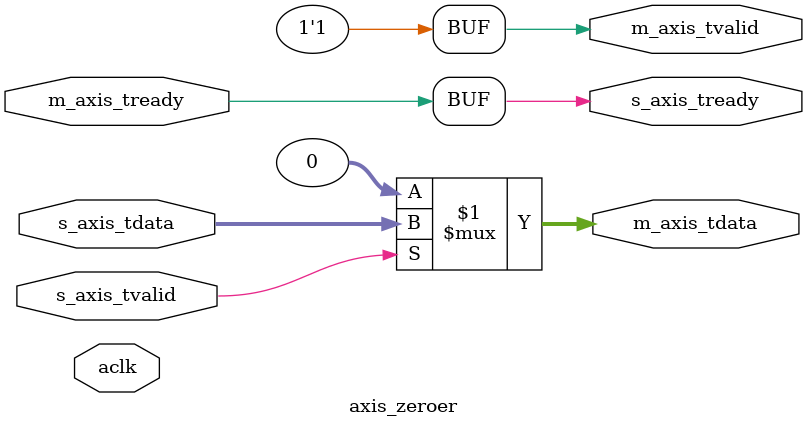
<source format=v>

`timescale 1 ns / 1 ps

module axis_zeroer #
(
  parameter integer AXIS_TDATA_WIDTH = 32
)
(
  // System signals
  input  wire                        aclk,

  // Slave side
  output wire                        s_axis_tready,
  input  wire [AXIS_TDATA_WIDTH-1:0] s_axis_tdata,
  input  wire                        s_axis_tvalid,

  // Master side
  input  wire                        m_axis_tready,
  output wire [AXIS_TDATA_WIDTH-1:0] m_axis_tdata,
  output wire                        m_axis_tvalid
);

  assign s_axis_tready = m_axis_tready;
  assign m_axis_tdata = s_axis_tvalid ? s_axis_tdata : {(AXIS_TDATA_WIDTH){1'b0}};
  assign m_axis_tvalid = 1'b1;

endmodule

</source>
